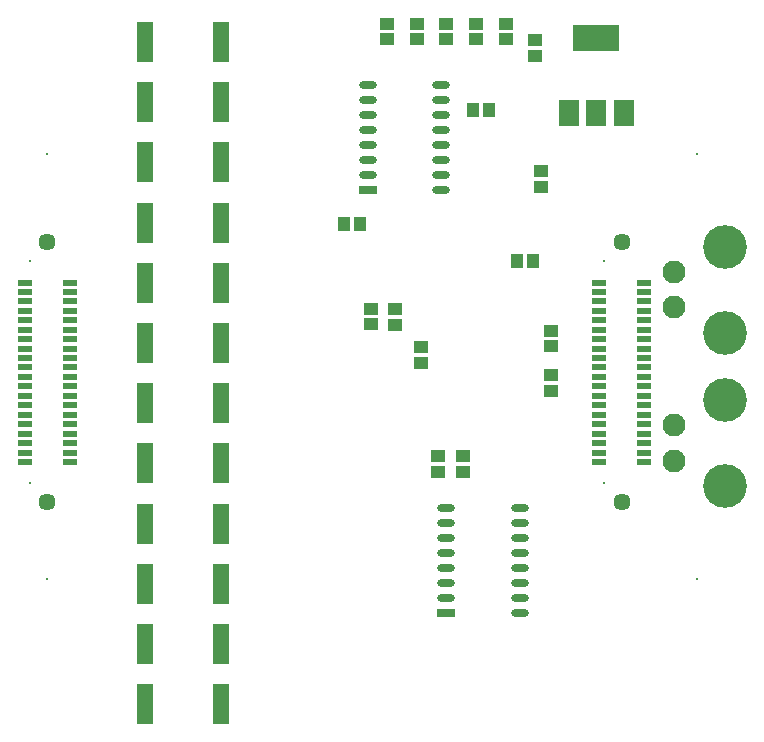
<source format=gbs>
%FSLAX23Y23*%
%MOIN*%
%SFA1B1*%

%IPPOS*%
%ADD27R,0.041470X0.045400*%
%ADD28R,0.045400X0.041470*%
%ADD34R,0.047370X0.043430*%
%ADD37C,0.008000*%
%ADD38C,0.057090*%
%ADD39C,0.145800*%
%ADD40C,0.076900*%
%ADD55R,0.157610X0.086740*%
%ADD56R,0.067060X0.086740*%
%ADD57O,0.059180X0.027690*%
%ADD58R,0.059180X0.027690*%
%ADD59R,0.043430X0.047370*%
%ADD60R,0.047240X0.023620*%
%ADD61R,0.057000X0.133000*%
%LNbms-1*%
%LPD*%
G54D27*
X1667Y2152D03*
X1616D03*
G54D28*
X1329Y2441D03*
Y2390D03*
X1428D03*
Y2441D03*
X1526Y2390D03*
Y2441D03*
X1625Y2390D03*
Y2441D03*
X1723D03*
Y2390D03*
X1273Y1491D03*
Y1439D03*
X1356Y1438D03*
Y1490D03*
G54D34*
X1821Y2332D03*
Y2385D03*
X1442Y1364D03*
Y1311D03*
X1498Y947D03*
Y1000D03*
X1581Y948D03*
Y1001D03*
X1875Y1218D03*
Y1271D03*
Y1418D03*
Y1365D03*
X1840Y1950D03*
Y1897D03*
G54D37*
X2051Y909D03*
Y1649D03*
X137Y909D03*
Y1649D03*
X196Y2007D03*
X2362D03*
Y590D03*
X196D03*
G54D38*
X2110Y846D03*
Y1712D03*
X196Y846D03*
Y1712D03*
G54D39*
X2453Y1187D03*
Y899D03*
Y1698D03*
Y1411D03*
G54D40*
X2283Y984D03*
Y1102D03*
Y1496D03*
Y1614D03*
G54D55*
X2026Y2392D03*
G54D56*
X1936Y2144D03*
X2026D03*
X2117D03*
G54D57*
X1770Y827D03*
Y777D03*
Y727D03*
Y677D03*
Y627D03*
Y577D03*
Y527D03*
Y477D03*
X1526Y827D03*
Y777D03*
Y727D03*
Y677D03*
Y627D03*
Y577D03*
Y527D03*
X1509Y2237D03*
Y2187D03*
Y2137D03*
Y2087D03*
Y2037D03*
Y1987D03*
Y1937D03*
Y1887D03*
X1265Y2237D03*
Y2187D03*
Y2137D03*
Y2087D03*
Y2037D03*
Y1987D03*
Y1937D03*
G54D58*
X1526Y477D03*
X1265Y1887D03*
G54D59*
X1239Y1772D03*
X1186D03*
X1762Y1651D03*
X1815D03*
G54D60*
X2185Y980D03*
X2035D03*
X2185Y1011D03*
X2035D03*
X2185Y1043D03*
X2035D03*
X2185Y1074D03*
X2035D03*
X2185Y1106D03*
X2035D03*
X2185Y1137D03*
X2035D03*
X2185Y1169D03*
X2035D03*
X2185Y1200D03*
X2035D03*
X2185Y1232D03*
X2035D03*
X2185Y1263D03*
X2035D03*
X2185Y1295D03*
X2035D03*
X2185Y1326D03*
X2035D03*
X2185Y1358D03*
X2035D03*
X2185Y1389D03*
X2035D03*
X2185Y1421D03*
X2035D03*
X2185Y1452D03*
X2035D03*
X2185Y1484D03*
X2035D03*
X2185Y1515D03*
X2035D03*
X2185Y1547D03*
X2035D03*
X2185Y1578D03*
X2035D03*
X271Y980D03*
X122D03*
X271Y1011D03*
X122D03*
X271Y1043D03*
X122D03*
X271Y1074D03*
X122D03*
X271Y1106D03*
X122D03*
X271Y1137D03*
X122D03*
X271Y1169D03*
X122D03*
X271Y1200D03*
X122D03*
X271Y1232D03*
X122D03*
X271Y1263D03*
X122D03*
X271Y1295D03*
X122D03*
X271Y1326D03*
X122D03*
X271Y1358D03*
X122D03*
X271Y1389D03*
X122D03*
X271Y1421D03*
X122D03*
X271Y1452D03*
X122D03*
X271Y1484D03*
X122D03*
X271Y1515D03*
X122D03*
X271Y1547D03*
X122D03*
X271Y1578D03*
X122D03*
G54D61*
X522Y2380D03*
X773D03*
X522Y2180D03*
X773D03*
X522Y1979D03*
X773D03*
X522Y1778D03*
X773D03*
X522Y1577D03*
X773D03*
X522Y1376D03*
X773D03*
X522Y1176D03*
X773D03*
X522Y975D03*
X773D03*
X522Y774D03*
X773D03*
X522Y573D03*
X773D03*
X522Y373D03*
X773D03*
X522Y172D03*
X773D03*
M02*
</source>
